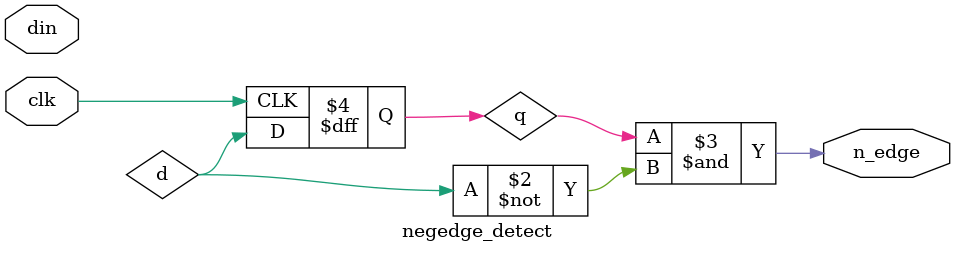
<source format=v>
`timescale 1ns / 1ps
/*{{{ ------ Negative Edge Detection Circuit ------
Author : Nathan Gonzales
FileName : negedge_detect.v
Date : 02/18/2014
}}}*/
module negedge_detect(
   input clk, din,
   output n_edge
);

reg q;

always @(posedge clk)
   q <= d;

assign n_edge = q&~d;

endmodule


</source>
